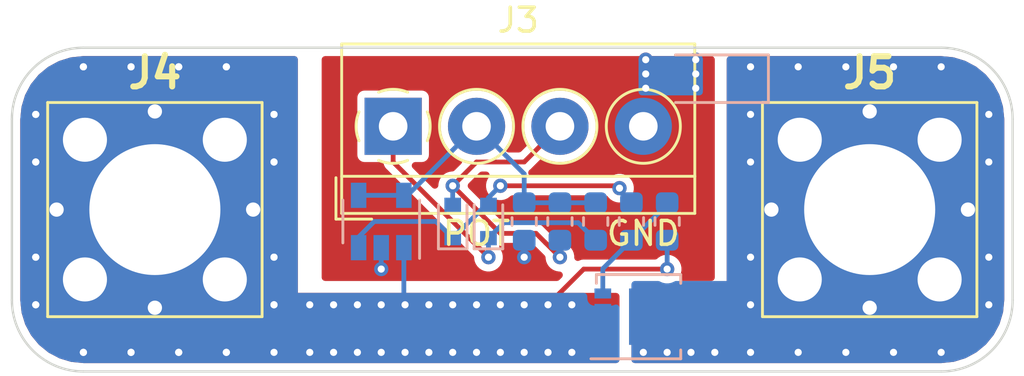
<source format=kicad_pcb>
(kicad_pcb (version 20171130) (host pcbnew "(5.1.6)-1")

  (general
    (thickness 1.6)
    (drawings 12)
    (tracks 139)
    (zones 0)
    (modules 15)
    (nets 9)
  )

  (page A4)
  (layers
    (0 F.Cu signal)
    (31 B.Cu signal)
    (32 B.Adhes user)
    (33 F.Adhes user)
    (34 B.Paste user)
    (35 F.Paste user)
    (36 B.SilkS user)
    (37 F.SilkS user)
    (38 B.Mask user)
    (39 F.Mask user)
    (40 Dwgs.User user)
    (41 Cmts.User user)
    (42 Eco1.User user)
    (43 Eco2.User user)
    (44 Edge.Cuts user)
    (45 Margin user)
    (46 B.CrtYd user)
    (47 F.CrtYd user)
    (48 B.Fab user)
    (49 F.Fab user)
  )

  (setup
    (last_trace_width 0.2)
    (user_trace_width 0.6)
    (trace_clearance 0.2)
    (zone_clearance 0.3)
    (zone_45_only no)
    (trace_min 0.1)
    (via_size 0.6)
    (via_drill 0.3)
    (via_min_size 0.6)
    (via_min_drill 0.2)
    (uvia_size 0.3)
    (uvia_drill 0.1)
    (uvias_allowed no)
    (uvia_min_size 0.2)
    (uvia_min_drill 0.1)
    (edge_width 0.12)
    (segment_width 0.12)
    (pcb_text_width 0.3)
    (pcb_text_size 1.5 1.5)
    (mod_edge_width 0.12)
    (mod_text_size 1 1)
    (mod_text_width 0.15)
    (pad_size 1.71 2.37)
    (pad_drill 0)
    (pad_to_mask_clearance 0.051)
    (solder_mask_min_width 0.25)
    (aux_axis_origin 0 0)
    (visible_elements 7FFFFFFF)
    (pcbplotparams
      (layerselection 0x010fc_ffffffff)
      (usegerberextensions false)
      (usegerberattributes false)
      (usegerberadvancedattributes false)
      (creategerberjobfile false)
      (excludeedgelayer true)
      (linewidth 0.100000)
      (plotframeref false)
      (viasonmask false)
      (mode 1)
      (useauxorigin false)
      (hpglpennumber 1)
      (hpglpenspeed 20)
      (hpglpendiameter 15.000000)
      (psnegative false)
      (psa4output false)
      (plotreference true)
      (plotvalue true)
      (plotinvisibletext false)
      (padsonsilk false)
      (subtractmaskfromsilk false)
      (outputformat 1)
      (mirror false)
      (drillshape 0)
      (scaleselection 1)
      (outputdirectory "../gerber/"))
  )

  (net 0 "")
  (net 1 GND)
  (net 2 +12V)
  (net 3 "Net-(D2-Pad1)")
  (net 4 "Net-(D3-Pad2)")
  (net 5 /LED_OUT)
  (net 6 /TRG_THR)
  (net 7 /PWM)
  (net 8 /GATE)

  (net_class Default "This is the default net class."
    (clearance 0.2)
    (trace_width 0.2)
    (via_dia 0.6)
    (via_drill 0.3)
    (uvia_dia 0.3)
    (uvia_drill 0.1)
    (add_net +12V)
    (add_net /GATE)
    (add_net /LED_OUT)
    (add_net /PWM)
    (add_net /TRG_THR)
    (add_net GND)
    (add_net "Net-(D2-Pad1)")
    (add_net "Net-(D3-Pad2)")
  )

  (net_class Minimal ""
    (clearance 0.1)
    (trace_width 0.1)
    (via_dia 0.6)
    (via_drill 0.2)
    (uvia_dia 0.3)
    (uvia_drill 0.1)
  )

  (module TerminalBlock_4Ucon:TerminalBlock_4Ucon_1x04_P3.50mm_Horizontal (layer F.Cu) (tedit 609FD8FF) (tstamp 609E9573)
    (at 145 96.5)
    (descr "Terminal Block 4Ucon ItemNo. 20001, 4 pins, pitch 3.5mm, size 14.7x7mm^2, drill diamater 1.2mm, pad diameter 2.4mm, see http://www.4uconnector.com/online/object/4udrawing/20001.pdf, script-generated using https://github.com/pointhi/kicad-footprint-generator/scripts/TerminalBlock_4Ucon")
    (tags "THT Terminal Block 4Ucon ItemNo. 20001 pitch 3.5mm size 14.7x7mm^2 drill 1.2mm pad 2.4mm")
    (path /609F013E)
    (fp_text reference J3 (at 5.25 -4.46) (layer F.SilkS)
      (effects (font (size 1 1) (thickness 0.15)))
    )
    (fp_text value 1984633 (at 5.25 4.66) (layer F.Fab)
      (effects (font (size 1 1) (thickness 0.15)))
    )
    (fp_circle (center 0 0) (end 1.375 0) (layer F.Fab) (width 0.1))
    (fp_circle (center 3.5 0) (end 4.875 0) (layer F.Fab) (width 0.1))
    (fp_circle (center 3.5 0) (end 5.055 0) (layer F.SilkS) (width 0.12))
    (fp_circle (center 7 0) (end 8.375 0) (layer F.Fab) (width 0.1))
    (fp_circle (center 7 0) (end 8.555 0) (layer F.SilkS) (width 0.12))
    (fp_circle (center 10.5 0) (end 11.875 0) (layer F.Fab) (width 0.1))
    (fp_circle (center 10.5 0) (end 12.055 0) (layer F.SilkS) (width 0.12))
    (fp_line (start -2.1 -3.4) (end 12.6 -3.4) (layer F.Fab) (width 0.1))
    (fp_line (start 12.6 -3.4) (end 12.6 3.6) (layer F.Fab) (width 0.1))
    (fp_line (start 12.6 3.6) (end -0.6 3.6) (layer F.Fab) (width 0.1))
    (fp_line (start -0.6 3.6) (end -2.1 2.1) (layer F.Fab) (width 0.1))
    (fp_line (start -2.1 2.1) (end -2.1 -3.4) (layer F.Fab) (width 0.1))
    (fp_line (start -2.1 2.1) (end 12.6 2.1) (layer F.Fab) (width 0.1))
    (fp_line (start -2.16 2.1) (end 12.66 2.1) (layer F.SilkS) (width 0.12))
    (fp_line (start -2.16 -3.46) (end 12.66 -3.46) (layer F.SilkS) (width 0.12))
    (fp_line (start -2.16 3.66) (end 12.66 3.66) (layer F.SilkS) (width 0.12))
    (fp_line (start -2.16 -3.46) (end -2.16 3.66) (layer F.SilkS) (width 0.12))
    (fp_line (start 12.66 -3.46) (end 12.66 3.66) (layer F.SilkS) (width 0.12))
    (fp_line (start -1.1 -0.069) (end -0.069 -0.069) (layer F.Fab) (width 0.1))
    (fp_line (start -0.069 -0.069) (end -0.069 -1.1) (layer F.Fab) (width 0.1))
    (fp_line (start -0.069 -1.1) (end 0.069 -1.1) (layer F.Fab) (width 0.1))
    (fp_line (start 0.069 -1.1) (end 0.069 -0.069) (layer F.Fab) (width 0.1))
    (fp_line (start 0.069 -0.069) (end 1.1 -0.069) (layer F.Fab) (width 0.1))
    (fp_line (start 1.1 -0.069) (end 1.1 0.069) (layer F.Fab) (width 0.1))
    (fp_line (start 1.1 0.069) (end 0.069 0.069) (layer F.Fab) (width 0.1))
    (fp_line (start 0.069 0.069) (end 0.069 1.1) (layer F.Fab) (width 0.1))
    (fp_line (start 0.069 1.1) (end -0.069 1.1) (layer F.Fab) (width 0.1))
    (fp_line (start -0.069 1.1) (end -0.069 0.069) (layer F.Fab) (width 0.1))
    (fp_line (start -0.069 0.069) (end -1.1 0.069) (layer F.Fab) (width 0.1))
    (fp_line (start -1.1 0.069) (end -1.1 -0.069) (layer F.Fab) (width 0.1))
    (fp_line (start 2.4 -0.069) (end 3.431 -0.069) (layer F.Fab) (width 0.1))
    (fp_line (start 3.431 -0.069) (end 3.431 -1.1) (layer F.Fab) (width 0.1))
    (fp_line (start 3.431 -1.1) (end 3.569 -1.1) (layer F.Fab) (width 0.1))
    (fp_line (start 3.569 -1.1) (end 3.569 -0.069) (layer F.Fab) (width 0.1))
    (fp_line (start 3.569 -0.069) (end 4.6 -0.069) (layer F.Fab) (width 0.1))
    (fp_line (start 4.6 -0.069) (end 4.6 0.069) (layer F.Fab) (width 0.1))
    (fp_line (start 4.6 0.069) (end 3.569 0.069) (layer F.Fab) (width 0.1))
    (fp_line (start 3.569 0.069) (end 3.569 1.1) (layer F.Fab) (width 0.1))
    (fp_line (start 3.569 1.1) (end 3.431 1.1) (layer F.Fab) (width 0.1))
    (fp_line (start 3.431 1.1) (end 3.431 0.069) (layer F.Fab) (width 0.1))
    (fp_line (start 3.431 0.069) (end 2.4 0.069) (layer F.Fab) (width 0.1))
    (fp_line (start 2.4 0.069) (end 2.4 -0.069) (layer F.Fab) (width 0.1))
    (fp_line (start 5.9 -0.069) (end 6.931 -0.069) (layer F.Fab) (width 0.1))
    (fp_line (start 6.931 -0.069) (end 6.931 -1.1) (layer F.Fab) (width 0.1))
    (fp_line (start 6.931 -1.1) (end 7.069 -1.1) (layer F.Fab) (width 0.1))
    (fp_line (start 7.069 -1.1) (end 7.069 -0.069) (layer F.Fab) (width 0.1))
    (fp_line (start 7.069 -0.069) (end 8.1 -0.069) (layer F.Fab) (width 0.1))
    (fp_line (start 8.1 -0.069) (end 8.1 0.069) (layer F.Fab) (width 0.1))
    (fp_line (start 8.1 0.069) (end 7.069 0.069) (layer F.Fab) (width 0.1))
    (fp_line (start 7.069 0.069) (end 7.069 1.1) (layer F.Fab) (width 0.1))
    (fp_line (start 7.069 1.1) (end 6.931 1.1) (layer F.Fab) (width 0.1))
    (fp_line (start 6.931 1.1) (end 6.931 0.069) (layer F.Fab) (width 0.1))
    (fp_line (start 6.931 0.069) (end 5.9 0.069) (layer F.Fab) (width 0.1))
    (fp_line (start 5.9 0.069) (end 5.9 -0.069) (layer F.Fab) (width 0.1))
    (fp_line (start 9.4 -0.069) (end 10.431 -0.069) (layer F.Fab) (width 0.1))
    (fp_line (start 10.431 -0.069) (end 10.431 -1.1) (layer F.Fab) (width 0.1))
    (fp_line (start 10.431 -1.1) (end 10.569 -1.1) (layer F.Fab) (width 0.1))
    (fp_line (start 10.569 -1.1) (end 10.569 -0.069) (layer F.Fab) (width 0.1))
    (fp_line (start 10.569 -0.069) (end 11.6 -0.069) (layer F.Fab) (width 0.1))
    (fp_line (start 11.6 -0.069) (end 11.6 0.069) (layer F.Fab) (width 0.1))
    (fp_line (start 11.6 0.069) (end 10.569 0.069) (layer F.Fab) (width 0.1))
    (fp_line (start 10.569 0.069) (end 10.569 1.1) (layer F.Fab) (width 0.1))
    (fp_line (start 10.569 1.1) (end 10.431 1.1) (layer F.Fab) (width 0.1))
    (fp_line (start 10.431 1.1) (end 10.431 0.069) (layer F.Fab) (width 0.1))
    (fp_line (start 10.431 0.069) (end 9.4 0.069) (layer F.Fab) (width 0.1))
    (fp_line (start 9.4 0.069) (end 9.4 -0.069) (layer F.Fab) (width 0.1))
    (fp_line (start -2.4 2.16) (end -2.4 3.9) (layer F.SilkS) (width 0.12))
    (fp_line (start -2.4 3.9) (end -0.9 3.9) (layer F.SilkS) (width 0.12))
    (fp_line (start -2.6 -3.9) (end -2.6 4.1) (layer F.CrtYd) (width 0.05))
    (fp_line (start -2.6 4.1) (end 13.1 4.1) (layer F.CrtYd) (width 0.05))
    (fp_line (start 13.1 4.1) (end 13.1 -3.9) (layer F.CrtYd) (width 0.05))
    (fp_line (start 13.1 -3.9) (end -2.6 -3.9) (layer F.CrtYd) (width 0.05))
    (fp_arc (start 0 0) (end 0 1.555) (angle -23) (layer F.SilkS) (width 0.12))
    (fp_arc (start 0 0) (end 1.432 0.608) (angle -46) (layer F.SilkS) (width 0.12))
    (fp_arc (start 0 0) (end 0.608 -1.432) (angle -46) (layer F.SilkS) (width 0.12))
    (fp_arc (start 0 0) (end -1.432 -0.608) (angle -46) (layer F.SilkS) (width 0.12))
    (fp_arc (start 0 0) (end -0.608 1.432) (angle -24) (layer F.SilkS) (width 0.12))
    (fp_text user %R (at 5.25 2.9) (layer F.Fab)
      (effects (font (size 1 1) (thickness 0.15)))
    )
    (pad 1 thru_hole rect (at 0 0) (size 2.4 2.4) (drill 1.2) (layers *.Cu *.Mask)
      (net 3 "Net-(D2-Pad1)"))
    (pad 2 thru_hole circle (at 3.5 0) (size 2.4 2.4) (drill 1.2) (layers *.Cu *.Mask)
      (net 6 /TRG_THR))
    (pad 3 thru_hole circle (at 7 0) (size 2.4 2.4) (drill 1.2) (layers *.Cu *.Mask)
      (net 4 "Net-(D3-Pad2)"))
    (pad 4 thru_hole circle (at 10.5 0) (size 2.4 2.4) (drill 1.2) (layers *.Cu *.Mask)
      (net 1 GND))
    (model ${PRIVATE_LIB}/packages3d/connectors.3dshapes/Phoenix_pxc_1984633_02_PT-1-5-4-3-5-H_3D.stp
      (offset (xyz 12.25 4 0))
      (scale (xyz 1 1 1))
      (rotate (xyz 0 0 180))
    )
  )

  (module Diode_SMD:D_SOD-123 (layer B.Cu) (tedit 58645DC7) (tstamp 609E8230)
    (at 158.5 94.5 180)
    (descr SOD-123)
    (tags SOD-123)
    (path /605F3A3F)
    (attr smd)
    (fp_text reference D5 (at 0 2) (layer B.SilkS) hide
      (effects (font (size 1 1) (thickness 0.15)) (justify mirror))
    )
    (fp_text value D_Schottky (at 0 -2.1) (layer B.Fab)
      (effects (font (size 1 1) (thickness 0.15)) (justify mirror))
    )
    (fp_line (start -2.25 1) (end 1.65 1) (layer B.SilkS) (width 0.12))
    (fp_line (start -2.25 -1) (end 1.65 -1) (layer B.SilkS) (width 0.12))
    (fp_line (start -2.35 1.15) (end -2.35 -1.15) (layer B.CrtYd) (width 0.05))
    (fp_line (start 2.35 -1.15) (end -2.35 -1.15) (layer B.CrtYd) (width 0.05))
    (fp_line (start 2.35 1.15) (end 2.35 -1.15) (layer B.CrtYd) (width 0.05))
    (fp_line (start -2.35 1.15) (end 2.35 1.15) (layer B.CrtYd) (width 0.05))
    (fp_line (start -1.4 0.9) (end 1.4 0.9) (layer B.Fab) (width 0.1))
    (fp_line (start 1.4 0.9) (end 1.4 -0.9) (layer B.Fab) (width 0.1))
    (fp_line (start 1.4 -0.9) (end -1.4 -0.9) (layer B.Fab) (width 0.1))
    (fp_line (start -1.4 -0.9) (end -1.4 0.9) (layer B.Fab) (width 0.1))
    (fp_line (start -0.75 0) (end -0.35 0) (layer B.Fab) (width 0.1))
    (fp_line (start -0.35 0) (end -0.35 0.55) (layer B.Fab) (width 0.1))
    (fp_line (start -0.35 0) (end -0.35 -0.55) (layer B.Fab) (width 0.1))
    (fp_line (start -0.35 0) (end 0.25 0.4) (layer B.Fab) (width 0.1))
    (fp_line (start 0.25 0.4) (end 0.25 -0.4) (layer B.Fab) (width 0.1))
    (fp_line (start 0.25 -0.4) (end -0.35 0) (layer B.Fab) (width 0.1))
    (fp_line (start 0.25 0) (end 0.75 0) (layer B.Fab) (width 0.1))
    (fp_line (start -2.25 1) (end -2.25 -1) (layer B.SilkS) (width 0.12))
    (fp_text user %R (at 0 2) (layer B.Fab)
      (effects (font (size 1 1) (thickness 0.15)) (justify mirror))
    )
    (pad 2 smd rect (at 1.65 0 180) (size 0.9 1.2) (layers B.Cu B.Paste B.Mask)
      (net 1 GND))
    (pad 1 smd rect (at -1.65 0 180) (size 0.9 1.2) (layers B.Cu B.Paste B.Mask)
      (net 5 /LED_OUT))
    (model ${KISYS3DMOD}/Diode_SMD.3dshapes/D_SOD-123.wrl
      (at (xyz 0 0 0))
      (scale (xyz 1 1 1))
      (rotate (xyz 0 0 0))
    )
  )

  (module Resistor_SMD:R_0603_1608Metric (layer B.Cu) (tedit 5B301BBD) (tstamp 609E8270)
    (at 155 100.5 90)
    (descr "Resistor SMD 0603 (1608 Metric), square (rectangular) end terminal, IPC_7351 nominal, (Body size source: http://www.tortai-tech.com/upload/download/2011102023233369053.pdf), generated with kicad-footprint-generator")
    (tags resistor)
    (path /605DBCDE)
    (attr smd)
    (fp_text reference R10 (at 0 1.43 90) (layer B.SilkS) hide
      (effects (font (size 1 1) (thickness 0.15)) (justify mirror))
    )
    (fp_text value 1k (at 0 -1.43 90) (layer B.Fab)
      (effects (font (size 1 1) (thickness 0.15)) (justify mirror))
    )
    (fp_line (start 1.48 -0.73) (end -1.48 -0.73) (layer B.CrtYd) (width 0.05))
    (fp_line (start 1.48 0.73) (end 1.48 -0.73) (layer B.CrtYd) (width 0.05))
    (fp_line (start -1.48 0.73) (end 1.48 0.73) (layer B.CrtYd) (width 0.05))
    (fp_line (start -1.48 -0.73) (end -1.48 0.73) (layer B.CrtYd) (width 0.05))
    (fp_line (start -0.162779 -0.51) (end 0.162779 -0.51) (layer B.SilkS) (width 0.12))
    (fp_line (start -0.162779 0.51) (end 0.162779 0.51) (layer B.SilkS) (width 0.12))
    (fp_line (start 0.8 -0.4) (end -0.8 -0.4) (layer B.Fab) (width 0.1))
    (fp_line (start 0.8 0.4) (end 0.8 -0.4) (layer B.Fab) (width 0.1))
    (fp_line (start -0.8 0.4) (end 0.8 0.4) (layer B.Fab) (width 0.1))
    (fp_line (start -0.8 -0.4) (end -0.8 0.4) (layer B.Fab) (width 0.1))
    (fp_text user %R (at 0 0 90) (layer B.Fab)
      (effects (font (size 0.4 0.4) (thickness 0.06)) (justify mirror))
    )
    (pad 2 smd roundrect (at 0.7875 0 90) (size 0.875 0.95) (layers B.Cu B.Paste B.Mask) (roundrect_rratio 0.25)
      (net 7 /PWM))
    (pad 1 smd roundrect (at -0.7875 0 90) (size 0.875 0.95) (layers B.Cu B.Paste B.Mask) (roundrect_rratio 0.25)
      (net 8 /GATE))
    (model ${KISYS3DMOD}/Resistor_SMD.3dshapes/R_0603_1608Metric.wrl
      (at (xyz 0 0 0))
      (scale (xyz 1 1 1))
      (rotate (xyz 0 0 0))
    )
  )

  (module Resistor_SMD:R_0603_1608Metric (layer B.Cu) (tedit 5B301BBD) (tstamp 609E8330)
    (at 156.5 100.5 270)
    (descr "Resistor SMD 0603 (1608 Metric), square (rectangular) end terminal, IPC_7351 nominal, (Body size source: http://www.tortai-tech.com/upload/download/2011102023233369053.pdf), generated with kicad-footprint-generator")
    (tags resistor)
    (path /605DA1F6)
    (attr smd)
    (fp_text reference R9 (at 0 1.43 90) (layer B.SilkS) hide
      (effects (font (size 1 1) (thickness 0.15)) (justify mirror))
    )
    (fp_text value 100k (at 0 -1.43 90) (layer B.Fab)
      (effects (font (size 1 1) (thickness 0.15)) (justify mirror))
    )
    (fp_line (start 1.48 -0.73) (end -1.48 -0.73) (layer B.CrtYd) (width 0.05))
    (fp_line (start 1.48 0.73) (end 1.48 -0.73) (layer B.CrtYd) (width 0.05))
    (fp_line (start -1.48 0.73) (end 1.48 0.73) (layer B.CrtYd) (width 0.05))
    (fp_line (start -1.48 -0.73) (end -1.48 0.73) (layer B.CrtYd) (width 0.05))
    (fp_line (start -0.162779 -0.51) (end 0.162779 -0.51) (layer B.SilkS) (width 0.12))
    (fp_line (start -0.162779 0.51) (end 0.162779 0.51) (layer B.SilkS) (width 0.12))
    (fp_line (start 0.8 -0.4) (end -0.8 -0.4) (layer B.Fab) (width 0.1))
    (fp_line (start 0.8 0.4) (end 0.8 -0.4) (layer B.Fab) (width 0.1))
    (fp_line (start -0.8 0.4) (end 0.8 0.4) (layer B.Fab) (width 0.1))
    (fp_line (start -0.8 -0.4) (end -0.8 0.4) (layer B.Fab) (width 0.1))
    (fp_text user %R (at 0 0 90) (layer B.Fab)
      (effects (font (size 0.4 0.4) (thickness 0.06)) (justify mirror))
    )
    (pad 2 smd roundrect (at 0.7875 0 270) (size 0.875 0.95) (layers B.Cu B.Paste B.Mask) (roundrect_rratio 0.25)
      (net 2 +12V))
    (pad 1 smd roundrect (at -0.7875 0 270) (size 0.875 0.95) (layers B.Cu B.Paste B.Mask) (roundrect_rratio 0.25)
      (net 8 /GATE))
    (model ${KISYS3DMOD}/Resistor_SMD.3dshapes/R_0603_1608Metric.wrl
      (at (xyz 0 0 0))
      (scale (xyz 1 1 1))
      (rotate (xyz 0 0 0))
    )
  )

  (module Package_SON:Diodes_PowerDI3333-8 (layer B.Cu) (tedit 6057C1E1) (tstamp 609E81DA)
    (at 155.3 104.5)
    (descr "Diodes Incorporated PowerDI3333-8, Plastic Dual Flat No Lead Package, 3.3x3.3x0.8mm Body, https://www.diodes.com/assets/Package-Files/PowerDI3333-8.pdf")
    (tags "PowerDI 0.65")
    (path /605D4FD1)
    (attr smd)
    (fp_text reference Q2 (at 0 2.65) (layer B.SilkS) hide
      (effects (font (size 1 1) (thickness 0.15)) (justify mirror))
    )
    (fp_text value DMP3013SFV (at 0 -2.65) (layer B.Fab)
      (effects (font (size 1 1) (thickness 0.15)) (justify mirror))
    )
    (fp_line (start -1.77 -1.77) (end -1.77 -1.4) (layer B.SilkS) (width 0.12))
    (fp_line (start 1.77 -1.77) (end 1.77 -1.4) (layer B.SilkS) (width 0.12))
    (fp_line (start 1.77 1.77) (end 1.77 1.4) (layer B.SilkS) (width 0.12))
    (fp_line (start -1.65 0.825) (end -1.65 -1.65) (layer B.Fab) (width 0.1))
    (fp_line (start -1.65 -1.65) (end 1.65 -1.65) (layer B.Fab) (width 0.1))
    (fp_line (start 1.65 -1.65) (end 1.65 1.65) (layer B.Fab) (width 0.1))
    (fp_line (start 1.65 1.65) (end -0.825 1.65) (layer B.Fab) (width 0.1))
    (fp_line (start -0.825 1.65) (end -1.65 0.825) (layer B.Fab) (width 0.1))
    (fp_line (start -1.77 -1.77) (end 1.77 -1.77) (layer B.SilkS) (width 0.12))
    (fp_line (start 1.77 1.77) (end -2 1.77) (layer B.SilkS) (width 0.12))
    (fp_line (start -2.1 1.9) (end -2.1 -1.9) (layer B.CrtYd) (width 0.05))
    (fp_line (start -2.1 -1.9) (end 2.1 -1.9) (layer B.CrtYd) (width 0.05))
    (fp_line (start 2.1 -1.9) (end 2.1 1.9) (layer B.CrtYd) (width 0.05))
    (fp_line (start 2.1 1.9) (end -2.1 1.9) (layer B.CrtYd) (width 0.05))
    (fp_text user %R (at 0 0) (layer B.Fab)
      (effects (font (size 0.7 0.7) (thickness 0.1)) (justify mirror))
    )
    (pad "" smd rect (at 0.02 -0.565) (size 0.6 1) (layers B.Paste)
      (solder_paste_margin_ratio -0.2))
    (pad "" smd rect (at 0.73 -0.565) (size 0.6 1) (layers B.Paste)
      (solder_paste_margin_ratio -0.2))
    (pad 5 smd custom (at 0.455 0) (size 1.71 2.37) (layers B.Cu B.Mask)
      (net 5 /LED_OUT) (zone_connect 2)
      (options (clearance outline) (anchor rect))
      (primitives
        (gr_poly (pts
           (xy 0.855 -1.185) (xy 1.395 -1.185) (xy 1.395 -0.765) (xy 0.855 -0.765)) (width 0))
        (gr_poly (pts
           (xy 0.855 -0.535) (xy 1.395 -0.535) (xy 1.395 -0.115) (xy 0.855 -0.115)) (width 0))
        (gr_poly (pts
           (xy 0.855 0.115) (xy 1.395 0.115) (xy 1.395 0.535) (xy 0.855 0.535)) (width 0))
        (gr_poly (pts
           (xy 0.855 0.765) (xy 1.395 0.765) (xy 1.395 1.185) (xy 0.855 1.185)) (width 0))
      ))
    (pad "" smd rect (at 0.73 0.565) (size 0.6 1) (layers B.Paste)
      (solder_paste_margin_ratio -0.2))
    (pad "" smd rect (at 0.02 0.565) (size 0.6 1) (layers B.Paste)
      (solder_paste_margin_ratio -0.2))
    (pad 4 smd rect (at -1.5 -0.975) (size 0.7 0.42) (layers B.Cu B.Paste B.Mask)
      (net 8 /GATE))
    (pad 2 smd rect (at -1.5 0.325) (size 0.7 0.42) (layers B.Cu B.Paste B.Mask)
      (net 2 +12V))
    (pad 3 smd rect (at -1.5 -0.325) (size 0.7 0.42) (layers B.Cu B.Paste B.Mask)
      (net 2 +12V))
    (pad 1 smd rect (at -1.5 0.975) (size 0.7 0.42) (layers B.Cu B.Paste B.Mask)
      (net 2 +12V))
    (pad "" smd rect (at 1.5 -0.975) (size 0.7 0.42) (layers B.Paste))
    (pad "" smd rect (at 1.5 -0.325) (size 0.7 0.42) (layers B.Paste))
    (pad "" smd rect (at 1.5 0.325) (size 0.7 0.42) (layers B.Paste))
    (pad "" smd rect (at 1.5 0.975) (size 0.7 0.42) (layers B.Paste))
    (model ${KISYS3DMOD}/Package_SON.3dshapes/Diodes_PowerDI3333-8.wrl
      (at (xyz 0 0 0))
      (scale (xyz 1 1 1))
      (rotate (xyz 0 0 0))
    )
  )

  (module Diode_SMD:D_SOD-523 (layer B.Cu) (tedit 586419F0) (tstamp 609E818D)
    (at 147.5 100.5 90)
    (descr "http://www.diodes.com/datasheets/ap02001.pdf p.144")
    (tags "Diode SOD523")
    (path /605CB3AD)
    (attr smd)
    (fp_text reference D3 (at 0 1.3 90) (layer B.SilkS) hide
      (effects (font (size 1 1) (thickness 0.15)) (justify mirror))
    )
    (fp_text value RB751S40T5G (at 0 -1.4 90) (layer B.Fab)
      (effects (font (size 1 1) (thickness 0.15)) (justify mirror))
    )
    (fp_line (start 0.7 -0.6) (end -1.15 -0.6) (layer B.SilkS) (width 0.12))
    (fp_line (start 0.7 0.6) (end -1.15 0.6) (layer B.SilkS) (width 0.12))
    (fp_line (start 0.65 -0.45) (end -0.65 -0.45) (layer B.Fab) (width 0.1))
    (fp_line (start -0.65 -0.45) (end -0.65 0.45) (layer B.Fab) (width 0.1))
    (fp_line (start -0.65 0.45) (end 0.65 0.45) (layer B.Fab) (width 0.1))
    (fp_line (start 0.65 0.45) (end 0.65 -0.45) (layer B.Fab) (width 0.1))
    (fp_line (start -0.2 -0.2) (end -0.2 0.2) (layer B.Fab) (width 0.1))
    (fp_line (start -0.2 0) (end -0.35 0) (layer B.Fab) (width 0.1))
    (fp_line (start -0.2 0) (end 0.1 -0.2) (layer B.Fab) (width 0.1))
    (fp_line (start 0.1 -0.2) (end 0.1 0.2) (layer B.Fab) (width 0.1))
    (fp_line (start 0.1 0.2) (end -0.2 0) (layer B.Fab) (width 0.1))
    (fp_line (start 0.1 0) (end 0.25 0) (layer B.Fab) (width 0.1))
    (fp_line (start 1.25 -0.7) (end -1.25 -0.7) (layer B.CrtYd) (width 0.05))
    (fp_line (start -1.25 -0.7) (end -1.25 0.7) (layer B.CrtYd) (width 0.05))
    (fp_line (start -1.25 0.7) (end 1.25 0.7) (layer B.CrtYd) (width 0.05))
    (fp_line (start 1.25 0.7) (end 1.25 -0.7) (layer B.CrtYd) (width 0.05))
    (fp_line (start -1.15 0.6) (end -1.15 -0.6) (layer B.SilkS) (width 0.12))
    (fp_text user %R (at 0 1.3 90) (layer B.Fab)
      (effects (font (size 1 1) (thickness 0.15)) (justify mirror))
    )
    (pad 1 smd rect (at -0.7 0 270) (size 0.6 0.7) (layers B.Cu B.Paste B.Mask)
      (net 7 /PWM))
    (pad 2 smd rect (at 0.7 0 270) (size 0.6 0.7) (layers B.Cu B.Paste B.Mask)
      (net 4 "Net-(D3-Pad2)"))
    (model ${KISYS3DMOD}/Diode_SMD.3dshapes/D_SOD-523.wrl
      (at (xyz 0 0 0))
      (scale (xyz 1 1 1))
      (rotate (xyz 0 0 0))
    )
  )

  (module Capacitor_SMD:C_0603_1608Metric (layer B.Cu) (tedit 5B301BBE) (tstamp 609E82D0)
    (at 150.5 100.5 270)
    (descr "Capacitor SMD 0603 (1608 Metric), square (rectangular) end terminal, IPC_7351 nominal, (Body size source: http://www.tortai-tech.com/upload/download/2011102023233369053.pdf), generated with kicad-footprint-generator")
    (tags capacitor)
    (path /605C7F25)
    (attr smd)
    (fp_text reference C3 (at 0 1.43 90) (layer B.SilkS) hide
      (effects (font (size 1 1) (thickness 0.15)) (justify mirror))
    )
    (fp_text value "2.2uF 16V" (at 0 -1.43 90) (layer B.Fab)
      (effects (font (size 1 1) (thickness 0.15)) (justify mirror))
    )
    (fp_line (start 1.48 -0.73) (end -1.48 -0.73) (layer B.CrtYd) (width 0.05))
    (fp_line (start 1.48 0.73) (end 1.48 -0.73) (layer B.CrtYd) (width 0.05))
    (fp_line (start -1.48 0.73) (end 1.48 0.73) (layer B.CrtYd) (width 0.05))
    (fp_line (start -1.48 -0.73) (end -1.48 0.73) (layer B.CrtYd) (width 0.05))
    (fp_line (start -0.162779 -0.51) (end 0.162779 -0.51) (layer B.SilkS) (width 0.12))
    (fp_line (start -0.162779 0.51) (end 0.162779 0.51) (layer B.SilkS) (width 0.12))
    (fp_line (start 0.8 -0.4) (end -0.8 -0.4) (layer B.Fab) (width 0.1))
    (fp_line (start 0.8 0.4) (end 0.8 -0.4) (layer B.Fab) (width 0.1))
    (fp_line (start -0.8 0.4) (end 0.8 0.4) (layer B.Fab) (width 0.1))
    (fp_line (start -0.8 -0.4) (end -0.8 0.4) (layer B.Fab) (width 0.1))
    (fp_text user %R (at 0 0 90) (layer B.Fab)
      (effects (font (size 0.4 0.4) (thickness 0.06)) (justify mirror))
    )
    (pad 2 smd roundrect (at 0.7875 0 270) (size 0.875 0.95) (layers B.Cu B.Paste B.Mask) (roundrect_rratio 0.25)
      (net 1 GND))
    (pad 1 smd roundrect (at -0.7875 0 270) (size 0.875 0.95) (layers B.Cu B.Paste B.Mask) (roundrect_rratio 0.25)
      (net 6 /TRG_THR))
    (model ${KISYS3DMOD}/Capacitor_SMD.3dshapes/C_0603_1608Metric.wrl
      (at (xyz 0 0 0))
      (scale (xyz 1 1 1))
      (rotate (xyz 0 0 0))
    )
  )

  (module Resistor_SMD:R_0603_1608Metric (layer B.Cu) (tedit 5B301BBD) (tstamp 609E8300)
    (at 152 100.5 90)
    (descr "Resistor SMD 0603 (1608 Metric), square (rectangular) end terminal, IPC_7351 nominal, (Body size source: http://www.tortai-tech.com/upload/download/2011102023233369053.pdf), generated with kicad-footprint-generator")
    (tags resistor)
    (path /605ACB35)
    (attr smd)
    (fp_text reference R8 (at 0 1.43 90 unlocked) (layer B.SilkS) hide
      (effects (font (size 1 1) (thickness 0.15)) (justify mirror))
    )
    (fp_text value R (at 0 -1.43 90 unlocked) (layer B.Fab) hide
      (effects (font (size 1 1) (thickness 0.15)) (justify mirror))
    )
    (fp_line (start 1.48 -0.73) (end -1.48 -0.73) (layer B.CrtYd) (width 0.05))
    (fp_line (start 1.48 0.73) (end 1.48 -0.73) (layer B.CrtYd) (width 0.05))
    (fp_line (start -1.48 0.73) (end 1.48 0.73) (layer B.CrtYd) (width 0.05))
    (fp_line (start -1.48 -0.73) (end -1.48 0.73) (layer B.CrtYd) (width 0.05))
    (fp_line (start -0.162779 -0.51) (end 0.162779 -0.51) (layer B.SilkS) (width 0.12))
    (fp_line (start -0.162779 0.51) (end 0.162779 0.51) (layer B.SilkS) (width 0.12))
    (fp_line (start 0.8 -0.4) (end -0.8 -0.4) (layer B.Fab) (width 0.1))
    (fp_line (start 0.8 0.4) (end 0.8 -0.4) (layer B.Fab) (width 0.1))
    (fp_line (start -0.8 0.4) (end 0.8 0.4) (layer B.Fab) (width 0.1))
    (fp_line (start -0.8 -0.4) (end -0.8 0.4) (layer B.Fab) (width 0.1))
    (fp_text user %R (at 0 0 90 unlocked) (layer B.Fab) hide
      (effects (font (size 0.4 0.4) (thickness 0.06)) (justify mirror))
    )
    (pad 2 smd roundrect (at 0.7875 0 90) (size 0.875 0.95) (layers B.Cu B.Paste B.Mask) (roundrect_rratio 0.25)
      (net 6 /TRG_THR))
    (pad 1 smd roundrect (at -0.7875 0 90) (size 0.875 0.95) (layers B.Cu B.Paste B.Mask) (roundrect_rratio 0.25)
      (net 4 "Net-(D3-Pad2)"))
    (model ${KISYS3DMOD}/Resistor_SMD.3dshapes/R_0603_1608Metric.wrl
      (at (xyz 0 0 0))
      (scale (xyz 1 1 1))
      (rotate (xyz 0 0 0))
    )
  )

  (module Resistor_SMD:R_0603_1608Metric (layer B.Cu) (tedit 5B301BBD) (tstamp 609E82A0)
    (at 153.5 100.5 90)
    (descr "Resistor SMD 0603 (1608 Metric), square (rectangular) end terminal, IPC_7351 nominal, (Body size source: http://www.tortai-tech.com/upload/download/2011102023233369053.pdf), generated with kicad-footprint-generator")
    (tags resistor)
    (path /605ABD01)
    (attr smd)
    (fp_text reference R7 (at 0 1.43 90 unlocked) (layer B.SilkS) hide
      (effects (font (size 1 1) (thickness 0.15)) (justify mirror))
    )
    (fp_text value R (at 0 -1.43 90 unlocked) (layer B.Fab) hide
      (effects (font (size 1 1) (thickness 0.15)) (justify mirror))
    )
    (fp_line (start 1.48 -0.73) (end -1.48 -0.73) (layer B.CrtYd) (width 0.05))
    (fp_line (start 1.48 0.73) (end 1.48 -0.73) (layer B.CrtYd) (width 0.05))
    (fp_line (start -1.48 0.73) (end 1.48 0.73) (layer B.CrtYd) (width 0.05))
    (fp_line (start -1.48 -0.73) (end -1.48 0.73) (layer B.CrtYd) (width 0.05))
    (fp_line (start -0.162779 -0.51) (end 0.162779 -0.51) (layer B.SilkS) (width 0.12))
    (fp_line (start -0.162779 0.51) (end 0.162779 0.51) (layer B.SilkS) (width 0.12))
    (fp_line (start 0.8 -0.4) (end -0.8 -0.4) (layer B.Fab) (width 0.1))
    (fp_line (start 0.8 0.4) (end 0.8 -0.4) (layer B.Fab) (width 0.1))
    (fp_line (start -0.8 0.4) (end 0.8 0.4) (layer B.Fab) (width 0.1))
    (fp_line (start -0.8 -0.4) (end -0.8 0.4) (layer B.Fab) (width 0.1))
    (fp_text user %R (at 0 0 90 unlocked) (layer B.Fab) hide
      (effects (font (size 0.4 0.4) (thickness 0.06)) (justify mirror))
    )
    (pad 2 smd roundrect (at 0.7875 0 90) (size 0.875 0.95) (layers B.Cu B.Paste B.Mask) (roundrect_rratio 0.25)
      (net 6 /TRG_THR))
    (pad 1 smd roundrect (at -0.7875 0 90) (size 0.875 0.95) (layers B.Cu B.Paste B.Mask) (roundrect_rratio 0.25)
      (net 3 "Net-(D2-Pad1)"))
    (model ${KISYS3DMOD}/Resistor_SMD.3dshapes/R_0603_1608Metric.wrl
      (at (xyz 0 0 0))
      (scale (xyz 1 1 1))
      (rotate (xyz 0 0 0))
    )
  )

  (module Diode_SMD:D_SOD-523 (layer B.Cu) (tedit 586419F0) (tstamp 609E83E2)
    (at 149 100.5 90)
    (descr "http://www.diodes.com/datasheets/ap02001.pdf p.144")
    (tags "Diode SOD523")
    (path /605A9BE6)
    (attr smd)
    (fp_text reference D2 (at 0 1.3 90 unlocked) (layer B.SilkS) hide
      (effects (font (size 1 1) (thickness 0.15)) (justify mirror))
    )
    (fp_text value RB751S40T5G (at 0 -1.4 90 unlocked) (layer B.Fab) hide
      (effects (font (size 1 1) (thickness 0.15)) (justify mirror))
    )
    (fp_line (start 0.7 -0.6) (end -1.15 -0.6) (layer B.SilkS) (width 0.12))
    (fp_line (start 0.7 0.6) (end -1.15 0.6) (layer B.SilkS) (width 0.12))
    (fp_line (start 0.65 -0.45) (end -0.65 -0.45) (layer B.Fab) (width 0.1))
    (fp_line (start -0.65 -0.45) (end -0.65 0.45) (layer B.Fab) (width 0.1))
    (fp_line (start -0.65 0.45) (end 0.65 0.45) (layer B.Fab) (width 0.1))
    (fp_line (start 0.65 0.45) (end 0.65 -0.45) (layer B.Fab) (width 0.1))
    (fp_line (start -0.2 -0.2) (end -0.2 0.2) (layer B.Fab) (width 0.1))
    (fp_line (start -0.2 0) (end -0.35 0) (layer B.Fab) (width 0.1))
    (fp_line (start -0.2 0) (end 0.1 -0.2) (layer B.Fab) (width 0.1))
    (fp_line (start 0.1 -0.2) (end 0.1 0.2) (layer B.Fab) (width 0.1))
    (fp_line (start 0.1 0.2) (end -0.2 0) (layer B.Fab) (width 0.1))
    (fp_line (start 0.1 0) (end 0.25 0) (layer B.Fab) (width 0.1))
    (fp_line (start 1.25 -0.7) (end -1.25 -0.7) (layer B.CrtYd) (width 0.05))
    (fp_line (start -1.25 -0.7) (end -1.25 0.7) (layer B.CrtYd) (width 0.05))
    (fp_line (start -1.25 0.7) (end 1.25 0.7) (layer B.CrtYd) (width 0.05))
    (fp_line (start 1.25 0.7) (end 1.25 -0.7) (layer B.CrtYd) (width 0.05))
    (fp_line (start -1.15 0.6) (end -1.15 -0.6) (layer B.SilkS) (width 0.12))
    (fp_text user %R (at 0 1.3 90 unlocked) (layer B.Fab) hide
      (effects (font (size 1 1) (thickness 0.15)) (justify mirror))
    )
    (pad 1 smd rect (at -0.7 0 270) (size 0.6 0.7) (layers B.Cu B.Paste B.Mask)
      (net 3 "Net-(D2-Pad1)"))
    (pad 2 smd rect (at 0.7 0 270) (size 0.6 0.7) (layers B.Cu B.Paste B.Mask)
      (net 7 /PWM))
    (model ${KISYS3DMOD}/Diode_SMD.3dshapes/D_SOD-523.wrl
      (at (xyz 0 0 0))
      (scale (xyz 1 1 1))
      (rotate (xyz 0 0 0))
    )
  )

  (module Package_TO_SOT_SMD:SOT-23-5 (layer B.Cu) (tedit 5A02FF57) (tstamp 609E83A3)
    (at 144.5 100.5 90)
    (descr "5-pin SOT23 package")
    (tags SOT-23-5)
    (path /60567F1B)
    (attr smd)
    (fp_text reference U1 (at 0 2.9 90 unlocked) (layer B.SilkS) hide
      (effects (font (size 1 1) (thickness 0.15)) (justify mirror))
    )
    (fp_text value MIC1555YM5-TR (at 0 -2.9 90 unlocked) (layer B.Fab) hide
      (effects (font (size 1 1) (thickness 0.15)) (justify mirror))
    )
    (fp_line (start 0.9 1.55) (end 0.9 -1.55) (layer B.Fab) (width 0.1))
    (fp_line (start 0.9 -1.55) (end -0.9 -1.55) (layer B.Fab) (width 0.1))
    (fp_line (start -0.9 0.9) (end -0.9 -1.55) (layer B.Fab) (width 0.1))
    (fp_line (start 0.9 1.55) (end -0.25 1.55) (layer B.Fab) (width 0.1))
    (fp_line (start -0.9 0.9) (end -0.25 1.55) (layer B.Fab) (width 0.1))
    (fp_line (start -1.9 -1.8) (end -1.9 1.8) (layer B.CrtYd) (width 0.05))
    (fp_line (start 1.9 -1.8) (end -1.9 -1.8) (layer B.CrtYd) (width 0.05))
    (fp_line (start 1.9 1.8) (end 1.9 -1.8) (layer B.CrtYd) (width 0.05))
    (fp_line (start -1.9 1.8) (end 1.9 1.8) (layer B.CrtYd) (width 0.05))
    (fp_line (start 0.9 1.61) (end -1.55 1.61) (layer B.SilkS) (width 0.12))
    (fp_line (start -0.9 -1.61) (end 0.9 -1.61) (layer B.SilkS) (width 0.12))
    (fp_text user %R (at 0 0 unlocked) (layer B.Fab) hide
      (effects (font (size 0.5 0.5) (thickness 0.075)) (justify mirror))
    )
    (pad 5 smd rect (at 1.1 0.95 90) (size 1.06 0.65) (layers B.Cu B.Paste B.Mask)
      (net 6 /TRG_THR))
    (pad 4 smd rect (at 1.1 -0.95 90) (size 1.06 0.65) (layers B.Cu B.Paste B.Mask)
      (net 6 /TRG_THR))
    (pad 3 smd rect (at -1.1 -0.95 90) (size 1.06 0.65) (layers B.Cu B.Paste B.Mask)
      (net 7 /PWM))
    (pad 2 smd rect (at -1.1 0 90) (size 1.06 0.65) (layers B.Cu B.Paste B.Mask)
      (net 1 GND))
    (pad 1 smd rect (at -1.1 0.95 90) (size 1.06 0.65) (layers B.Cu B.Paste B.Mask)
      (net 2 +12V))
    (model ${KISYS3DMOD}/Package_TO_SOT_SMD.3dshapes/SOT-23-5.wrl
      (at (xyz 0 0 0))
      (scale (xyz 1 1 1))
      (rotate (xyz 0 0 0))
    )
  )

  (module MountingHole:MountingHole_5.5mm_Pad_Via (layer F.Cu) (tedit 56DDC273) (tstamp 60567230)
    (at 165 100)
    (descr "Mounting Hole 5.5mm")
    (tags "mounting hole 5.5mm")
    (path /605698EE)
    (attr virtual)
    (fp_text reference J2 (at 0 -6.5 unlocked) (layer F.SilkS) hide
      (effects (font (size 1 1) (thickness 0.15)))
    )
    (fp_text value Conn_01x01 (at 0 6.5 unlocked) (layer F.Fab) hide
      (effects (font (size 1 1) (thickness 0.15)))
    )
    (fp_circle (center 0 0) (end 5.75 0) (layer F.CrtYd) (width 0.05))
    (fp_circle (center 0 0) (end 5.5 0) (layer Cmts.User) (width 0.15))
    (fp_text user %R (at 0.3 0 unlocked) (layer F.Fab) hide
      (effects (font (size 1 1) (thickness 0.15)))
    )
    (pad 1 thru_hole circle (at 2.926815 -2.926815) (size 0.9 0.9) (drill 0.6) (layers *.Cu *.Mask)
      (net 5 /LED_OUT))
    (pad 1 thru_hole circle (at 0 -4.125) (size 0.9 0.9) (drill 0.6) (layers *.Cu *.Mask)
      (net 5 /LED_OUT))
    (pad 1 thru_hole circle (at -2.926815 -2.926815) (size 0.9 0.9) (drill 0.6) (layers *.Cu *.Mask)
      (net 5 /LED_OUT))
    (pad 1 thru_hole circle (at -4.125 0) (size 0.9 0.9) (drill 0.6) (layers *.Cu *.Mask)
      (net 5 /LED_OUT))
    (pad 1 thru_hole circle (at -2.926815 2.926815) (size 0.9 0.9) (drill 0.6) (layers *.Cu *.Mask)
      (net 5 /LED_OUT))
    (pad 1 thru_hole circle (at 0 4.125) (size 0.9 0.9) (drill 0.6) (layers *.Cu *.Mask)
      (net 5 /LED_OUT))
    (pad 1 thru_hole circle (at 2.926815 2.926815) (size 0.9 0.9) (drill 0.6) (layers *.Cu *.Mask)
      (net 5 /LED_OUT))
    (pad 1 thru_hole circle (at 4.125 0) (size 0.9 0.9) (drill 0.6) (layers *.Cu *.Mask)
      (net 5 /LED_OUT))
    (pad 1 thru_hole circle (at 0 0) (size 11 11) (drill 5.5) (layers *.Cu *.Mask)
      (net 5 /LED_OUT))
  )

  (module MountingHole:MountingHole_5.5mm_Pad_Via (layer F.Cu) (tedit 56DDC273) (tstamp 60567220)
    (at 135 100)
    (descr "Mounting Hole 5.5mm")
    (tags "mounting hole 5.5mm")
    (path /60568F34)
    (attr virtual)
    (fp_text reference J1 (at 0 -6.5 unlocked) (layer F.SilkS) hide
      (effects (font (size 1 1) (thickness 0.15)))
    )
    (fp_text value Conn_01x01 (at 0 6.5 unlocked) (layer F.Fab) hide
      (effects (font (size 1 1) (thickness 0.15)))
    )
    (fp_circle (center 0 0) (end 5.75 0) (layer F.CrtYd) (width 0.05))
    (fp_circle (center 0 0) (end 5.5 0) (layer Cmts.User) (width 0.15))
    (fp_text user %R (at 0.3 0 unlocked) (layer F.Fab) hide
      (effects (font (size 1 1) (thickness 0.15)))
    )
    (pad 1 thru_hole circle (at 2.926815 -2.926815) (size 0.9 0.9) (drill 0.6) (layers *.Cu *.Mask)
      (net 2 +12V))
    (pad 1 thru_hole circle (at 0 -4.125) (size 0.9 0.9) (drill 0.6) (layers *.Cu *.Mask)
      (net 2 +12V))
    (pad 1 thru_hole circle (at -2.926815 -2.926815) (size 0.9 0.9) (drill 0.6) (layers *.Cu *.Mask)
      (net 2 +12V))
    (pad 1 thru_hole circle (at -4.125 0) (size 0.9 0.9) (drill 0.6) (layers *.Cu *.Mask)
      (net 2 +12V))
    (pad 1 thru_hole circle (at -2.926815 2.926815) (size 0.9 0.9) (drill 0.6) (layers *.Cu *.Mask)
      (net 2 +12V))
    (pad 1 thru_hole circle (at 0 4.125) (size 0.9 0.9) (drill 0.6) (layers *.Cu *.Mask)
      (net 2 +12V))
    (pad 1 thru_hole circle (at 2.926815 2.926815) (size 0.9 0.9) (drill 0.6) (layers *.Cu *.Mask)
      (net 2 +12V))
    (pad 1 thru_hole circle (at 4.125 0) (size 0.9 0.9) (drill 0.6) (layers *.Cu *.Mask)
      (net 2 +12V))
    (pad 1 thru_hole circle (at 0 0) (size 11 11) (drill 5.5) (layers *.Cu *.Mask)
      (net 2 +12V))
  )

  (module connectors:M5_74651175R_Solder (layer F.Cu) (tedit 609FD724) (tstamp 60A03466)
    (at 135 100)
    (descr 74651175R-1)
    (tags Connector)
    (path /609FEC2D)
    (fp_text reference J4 (at 0 -5.75) (layer F.SilkS)
      (effects (font (size 1.27 1.27) (thickness 0.254)))
    )
    (fp_text value M5 (at 0 6.75) (layer F.SilkS) hide
      (effects (font (size 1.27 1.27) (thickness 0.254)))
    )
    (fp_line (start -4.5 -4.5) (end 4.5 -4.5) (layer F.SilkS) (width 0.12))
    (fp_line (start 4.5 -4.5) (end 4.5 4.5) (layer F.SilkS) (width 0.12))
    (fp_line (start 4.5 4.5) (end -4.5 4.5) (layer F.SilkS) (width 0.12))
    (fp_line (start -4.5 4.5) (end -4.5 -4.5) (layer F.SilkS) (width 0.12))
    (pad 1 thru_hole circle (at 2.935 2.935) (size 3.2 3.2) (drill 1.85) (layers *.Cu *.Mask)
      (net 2 +12V))
    (pad 1 thru_hole circle (at 2.935 -2.935) (size 3.2 3.2) (drill 1.85) (layers *.Cu *.Mask)
      (net 2 +12V))
    (pad 1 thru_hole circle (at -2.935 -2.935) (size 3.2 3.2) (drill 1.85) (layers *.Cu *.Mask)
      (net 2 +12V))
    (pad 1 thru_hole circle (at -2.935 2.935) (size 3.2 3.2) (drill 1.85) (layers *.Cu *.Mask)
      (net 2 +12V))
    (model ${PRIVATE_LIB}/packages3d/connectors.3dshapes/M5_74651175R_Solder.stp
      (at (xyz 0 0 0))
      (scale (xyz 1 1 1))
      (rotate (xyz 0 0 0))
    )
  )

  (module connectors:M5_74651175R_Solder (layer F.Cu) (tedit 609FD724) (tstamp 60A03472)
    (at 165 100)
    (descr 74651175R-1)
    (tags Connector)
    (path /609FDFD4)
    (fp_text reference J5 (at 0 -5.75) (layer F.SilkS)
      (effects (font (size 1.27 1.27) (thickness 0.254)))
    )
    (fp_text value M5 (at 0 6.75) (layer F.SilkS) hide
      (effects (font (size 1.27 1.27) (thickness 0.254)))
    )
    (fp_line (start -4.5 4.5) (end -4.5 -4.5) (layer F.SilkS) (width 0.12))
    (fp_line (start 4.5 4.5) (end -4.5 4.5) (layer F.SilkS) (width 0.12))
    (fp_line (start 4.5 -4.5) (end 4.5 4.5) (layer F.SilkS) (width 0.12))
    (fp_line (start -4.5 -4.5) (end 4.5 -4.5) (layer F.SilkS) (width 0.12))
    (pad 1 thru_hole circle (at -2.935 2.935) (size 3.2 3.2) (drill 1.85) (layers *.Cu *.Mask)
      (net 5 /LED_OUT))
    (pad 1 thru_hole circle (at -2.935 -2.935) (size 3.2 3.2) (drill 1.85) (layers *.Cu *.Mask)
      (net 5 /LED_OUT))
    (pad 1 thru_hole circle (at 2.935 -2.935) (size 3.2 3.2) (drill 1.85) (layers *.Cu *.Mask)
      (net 5 /LED_OUT))
    (pad 1 thru_hole circle (at 2.935 2.935) (size 3.2 3.2) (drill 1.85) (layers *.Cu *.Mask)
      (net 5 /LED_OUT))
    (model ${PRIVATE_LIB}/packages3d/connectors.3dshapes/M5_74651175R_Solder.stp
      (at (xyz 0 0 0))
      (scale (xyz 1 1 1))
      (rotate (xyz 0 0 0))
    )
  )

  (gr_text GND (at 155.5 101) (layer F.SilkS)
    (effects (font (size 1 1) (thickness 0.15)))
  )
  (gr_text POT (at 148.5 101) (layer F.SilkS)
    (effects (font (size 1 1) (thickness 0.15)))
  )
  (gr_line (start 168 106.802166) (end 132 106.802166) (layer Edge.Cuts) (width 0.1) (tstamp 609E8369))
  (gr_arc (start 168 103.802166) (end 168 106.802166) (angle -90) (layer Edge.Cuts) (width 0.1))
  (gr_line (start 171 96.197833) (end 171 103.802166) (layer Edge.Cuts) (width 0.1))
  (gr_arc (start 168 96.197833) (end 171 96.197833) (angle -90) (layer Edge.Cuts) (width 0.1))
  (gr_line (start 132 93.197833) (end 168 93.197833) (layer Edge.Cuts) (width 0.1) (tstamp 60567044))
  (gr_arc (start 132 96.197833) (end 132 93.197833) (angle -90) (layer Edge.Cuts) (width 0.1))
  (gr_line (start 129 103.802166) (end 129 96.197833) (layer Edge.Cuts) (width 0.1))
  (gr_arc (start 132 103.802166) (end 129 103.802166) (angle -90) (layer Edge.Cuts) (width 0.1))
  (gr_circle (center 135 100) (end 137.75 100) (layer Dwgs.User) (width 0.1))
  (gr_circle (center 165 100) (end 167.75 100) (layer Dwgs.User) (width 0.1))

  (via (at 150.5 102) (size 0.6) (drill 0.3) (layers F.Cu B.Cu) (net 1))
  (segment (start 150.5 101.2875) (end 150.5 102) (width 0.2) (layer B.Cu) (net 1))
  (via (at 144.5 102.5) (size 0.6) (drill 0.3) (layers F.Cu B.Cu) (net 1))
  (segment (start 144.5 101.6) (end 144.5 102.5) (width 0.2) (layer B.Cu) (net 1))
  (via (at 155.6 94.9) (size 0.6) (drill 0.3) (layers F.Cu B.Cu) (net 1) (tstamp 609E8375))
  (via (at 155.6 93.7) (size 0.6) (drill 0.3) (layers F.Cu B.Cu) (net 1) (tstamp 609E8378))
  (via (at 157.7 94.3) (size 0.6) (drill 0.3) (layers F.Cu B.Cu) (net 1) (tstamp 609E837B))
  (via (at 157.7 94.9) (size 0.6) (drill 0.3) (layers F.Cu B.Cu) (net 1) (tstamp 609E837E))
  (via (at 155.6 94.3) (size 0.6) (drill 0.3) (layers F.Cu B.Cu) (net 1) (tstamp 609E838A))
  (via (at 157.7 93.7) (size 0.6) (drill 0.3) (layers F.Cu B.Cu) (net 1) (tstamp 609E838D))
  (via (at 140 104) (size 0.6) (drill 0.3) (layers F.Cu B.Cu) (net 2) (tstamp 6057C9F2))
  (via (at 130 102) (size 0.6) (drill 0.3) (layers F.Cu B.Cu) (net 2) (tstamp 6057C9F3))
  (via (at 132 106) (size 0.6) (drill 0.3) (layers F.Cu B.Cu) (net 2) (tstamp 6057C9F4))
  (via (at 136 94) (size 0.6) (drill 0.3) (layers F.Cu B.Cu) (net 2) (tstamp 6057C9F5))
  (via (at 134 106) (size 0.6) (drill 0.3) (layers F.Cu B.Cu) (net 2) (tstamp 6057C9F6))
  (via (at 130 96) (size 0.6) (drill 0.3) (layers F.Cu B.Cu) (net 2) (tstamp 6057C9F7))
  (via (at 136 106) (size 0.6) (drill 0.3) (layers F.Cu B.Cu) (net 2) (tstamp 6057C9F8))
  (via (at 138 94) (size 0.6) (drill 0.3) (layers F.Cu B.Cu) (net 2) (tstamp 6057C9F9))
  (via (at 132 94) (size 0.6) (drill 0.3) (layers F.Cu B.Cu) (net 2) (tstamp 6057C9FA))
  (via (at 130 104) (size 0.6) (drill 0.3) (layers F.Cu B.Cu) (net 2) (tstamp 6057C9FB))
  (via (at 134 94) (size 0.6) (drill 0.3) (layers F.Cu B.Cu) (net 2) (tstamp 6057C9FC))
  (via (at 138 106) (size 0.6) (drill 0.3) (layers F.Cu B.Cu) (net 2) (tstamp 6057C9FD))
  (via (at 130 98) (size 0.6) (drill 0.3) (layers F.Cu B.Cu) (net 2) (tstamp 6057C9FE))
  (via (at 140 98) (size 0.6) (drill 0.3) (layers F.Cu B.Cu) (net 2) (tstamp 6057C9FF))
  (via (at 140 102) (size 0.6) (drill 0.3) (layers F.Cu B.Cu) (net 2) (tstamp 6057CA00))
  (via (at 140 96) (size 0.6) (drill 0.3) (layers F.Cu B.Cu) (net 2) (tstamp 6057CA01))
  (via (at 130 98) (size 0.6) (drill 0.3) (layers F.Cu B.Cu) (net 2))
  (via (at 130 102) (size 0.6) (drill 0.3) (layers F.Cu B.Cu) (net 2))
  (via (at 138 106) (size 0.6) (drill 0.3) (layers F.Cu B.Cu) (net 2))
  (via (at 136 106) (size 0.6) (drill 0.3) (layers F.Cu B.Cu) (net 2))
  (via (at 134 106) (size 0.6) (drill 0.3) (layers F.Cu B.Cu) (net 2))
  (via (at 132 106) (size 0.6) (drill 0.3) (layers F.Cu B.Cu) (net 2))
  (via (at 130 104) (size 0.6) (drill 0.3) (layers F.Cu B.Cu) (net 2))
  (via (at 138 94) (size 0.6) (drill 0.3) (layers F.Cu B.Cu) (net 2))
  (via (at 136 94) (size 0.6) (drill 0.3) (layers F.Cu B.Cu) (net 2))
  (via (at 134 94) (size 0.6) (drill 0.3) (layers F.Cu B.Cu) (net 2))
  (via (at 132 94) (size 0.6) (drill 0.3) (layers F.Cu B.Cu) (net 2))
  (via (at 130 96) (size 0.6) (drill 0.3) (layers F.Cu B.Cu) (net 2))
  (via (at 140 104) (size 0.6) (drill 0.3) (layers F.Cu B.Cu) (net 2) (tstamp 6057C669))
  (via (at 140 102) (size 0.6) (drill 0.3) (layers F.Cu B.Cu) (net 2) (tstamp 6057C66B))
  (via (at 140 96) (size 0.6) (drill 0.3) (layers F.Cu B.Cu) (net 2) (tstamp 6057C66E))
  (via (at 140 98) (size 0.6) (drill 0.3) (layers F.Cu B.Cu) (net 2) (tstamp 6057C670))
  (via (at 140 106) (size 0.6) (drill 0.3) (layers F.Cu B.Cu) (net 2) (tstamp 6057CC01))
  (via (at 156.5 102.5) (size 0.6) (drill 0.3) (layers F.Cu B.Cu) (net 2))
  (segment (start 156.5 101.2875) (end 156.5 102.5) (width 0.2) (layer B.Cu) (net 2))
  (via (at 152.5 106) (size 0.6) (drill 0.3) (layers F.Cu B.Cu) (net 2))
  (via (at 151.5 106) (size 0.6) (drill 0.3) (layers F.Cu B.Cu) (net 2))
  (via (at 150.5 106) (size 0.6) (drill 0.3) (layers F.Cu B.Cu) (net 2))
  (via (at 149.5 106) (size 0.6) (drill 0.3) (layers F.Cu B.Cu) (net 2))
  (via (at 148.5 106) (size 0.6) (drill 0.3) (layers F.Cu B.Cu) (net 2))
  (via (at 147.5 106) (size 0.6) (drill 0.3) (layers F.Cu B.Cu) (net 2))
  (via (at 146.5 106) (size 0.6) (drill 0.3) (layers F.Cu B.Cu) (net 2))
  (via (at 145.5 106) (size 0.6) (drill 0.3) (layers F.Cu B.Cu) (net 2))
  (via (at 144.5 106) (size 0.6) (drill 0.3) (layers F.Cu B.Cu) (net 2))
  (via (at 143.5 106) (size 0.6) (drill 0.3) (layers F.Cu B.Cu) (net 2))
  (via (at 142.5 106) (size 0.6) (drill 0.3) (layers F.Cu B.Cu) (net 2))
  (via (at 141.5 106) (size 0.6) (drill 0.3) (layers F.Cu B.Cu) (net 2))
  (via (at 152.5 104) (size 0.6) (drill 0.3) (layers F.Cu B.Cu) (net 2))
  (via (at 151.5 104) (size 0.6) (drill 0.3) (layers F.Cu B.Cu) (net 2))
  (via (at 150.5 104) (size 0.6) (drill 0.3) (layers F.Cu B.Cu) (net 2))
  (via (at 149.5 104) (size 0.6) (drill 0.3) (layers F.Cu B.Cu) (net 2))
  (via (at 148.5 104) (size 0.6) (drill 0.3) (layers F.Cu B.Cu) (net 2))
  (via (at 147.5 104) (size 0.6) (drill 0.3) (layers F.Cu B.Cu) (net 2))
  (via (at 146.5 104) (size 0.6) (drill 0.3) (layers F.Cu B.Cu) (net 2))
  (via (at 145.5 104) (size 0.6) (drill 0.3) (layers F.Cu B.Cu) (net 2))
  (via (at 144.5 104) (size 0.6) (drill 0.3) (layers F.Cu B.Cu) (net 2))
  (via (at 143.5 104) (size 0.6) (drill 0.3) (layers F.Cu B.Cu) (net 2))
  (via (at 142.5 104) (size 0.6) (drill 0.3) (layers F.Cu B.Cu) (net 2))
  (via (at 141.5 104) (size 0.6) (drill 0.3) (layers F.Cu B.Cu) (net 2))
  (segment (start 145.45 103.95) (end 145.5 104) (width 0.2) (layer B.Cu) (net 2))
  (segment (start 145.45 101.6) (end 145.45 103.95) (width 0.2) (layer B.Cu) (net 2))
  (segment (start 153.8 104.175) (end 153.8 105.475) (width 0.2) (layer B.Cu) (net 2))
  (segment (start 152 103.5) (end 151.5 104) (width 0.2) (layer F.Cu) (net 2))
  (segment (start 156.5 102.5) (end 153 102.5) (width 0.2) (layer F.Cu) (net 2))
  (segment (start 153 102.5) (end 152 103.5) (width 0.2) (layer F.Cu) (net 2))
  (segment (start 152.76249 100.54999) (end 153.5 101.2875) (width 0.2) (layer B.Cu) (net 3))
  (segment (start 149 101.2) (end 149.65001 100.54999) (width 0.2) (layer B.Cu) (net 3))
  (segment (start 149.65001 100.54999) (end 152.76249 100.54999) (width 0.2) (layer B.Cu) (net 3))
  (via (at 149 102) (size 0.6) (drill 0.3) (layers F.Cu B.Cu) (net 3))
  (segment (start 145 96.5) (end 145 98) (width 0.2) (layer F.Cu) (net 3))
  (segment (start 145 98) (end 149 102) (width 0.2) (layer F.Cu) (net 3))
  (segment (start 149 102) (end 149 101.2) (width 0.2) (layer B.Cu) (net 3))
  (via (at 152 102) (size 0.6) (drill 0.3) (layers F.Cu B.Cu) (net 4))
  (segment (start 152 101.2875) (end 152 102) (width 0.2) (layer B.Cu) (net 4))
  (segment (start 152 102) (end 151.399999 101.399999) (width 0.2) (layer F.Cu) (net 4))
  (segment (start 151.399999 101.399999) (end 151 101) (width 0.2) (layer F.Cu) (net 4))
  (via (at 147.5 99) (size 0.6) (drill 0.3) (layers F.Cu B.Cu) (net 4))
  (segment (start 147.5 99.8) (end 147.5 99) (width 0.2) (layer B.Cu) (net 4))
  (segment (start 149.5 101) (end 151 101) (width 0.2) (layer F.Cu) (net 4))
  (segment (start 147.5 99) (end 149.5 101) (width 0.2) (layer F.Cu) (net 4))
  (segment (start 148.499999 98.000001) (end 147.5 99) (width 0.2) (layer F.Cu) (net 4))
  (segment (start 152 96.5) (end 150.499999 98.000001) (width 0.2) (layer F.Cu) (net 4))
  (segment (start 150.499999 98.000001) (end 148.499999 98.000001) (width 0.2) (layer F.Cu) (net 4))
  (via (at 160 96) (size 0.6) (drill 0.3) (layers F.Cu B.Cu) (net 5) (tstamp 6057C9F2))
  (via (at 170 98) (size 0.6) (drill 0.3) (layers F.Cu B.Cu) (net 5) (tstamp 6057C9F3))
  (via (at 168 94) (size 0.6) (drill 0.3) (layers F.Cu B.Cu) (net 5) (tstamp 6057C9F4))
  (via (at 164 106) (size 0.6) (drill 0.3) (layers F.Cu B.Cu) (net 5) (tstamp 6057C9F5))
  (via (at 166 94) (size 0.6) (drill 0.3) (layers F.Cu B.Cu) (net 5) (tstamp 6057C9F6))
  (via (at 170 104) (size 0.6) (drill 0.3) (layers F.Cu B.Cu) (net 5) (tstamp 6057C9F7))
  (via (at 164 94) (size 0.6) (drill 0.3) (layers F.Cu B.Cu) (net 5) (tstamp 6057C9F8))
  (via (at 162 106) (size 0.6) (drill 0.3) (layers F.Cu B.Cu) (net 5) (tstamp 6057C9F9))
  (via (at 168 106) (size 0.6) (drill 0.3) (layers F.Cu B.Cu) (net 5) (tstamp 6057C9FA))
  (via (at 170 96) (size 0.6) (drill 0.3) (layers F.Cu B.Cu) (net 5) (tstamp 6057C9FB))
  (via (at 166 106) (size 0.6) (drill 0.3) (layers F.Cu B.Cu) (net 5) (tstamp 6057C9FC))
  (via (at 162 94) (size 0.6) (drill 0.3) (layers F.Cu B.Cu) (net 5) (tstamp 6057C9FD))
  (via (at 170 102) (size 0.6) (drill 0.3) (layers F.Cu B.Cu) (net 5) (tstamp 6057C9FE))
  (via (at 160 102) (size 0.6) (drill 0.3) (layers F.Cu B.Cu) (net 5) (tstamp 6057C9FF))
  (via (at 160 98) (size 0.6) (drill 0.3) (layers F.Cu B.Cu) (net 5) (tstamp 6057CA00))
  (via (at 160 104) (size 0.6) (drill 0.3) (layers F.Cu B.Cu) (net 5) (tstamp 6057CA01))
  (via (at 160 106) (size 0.6) (drill 0.3) (layers F.Cu B.Cu) (net 5) (tstamp 6057CBF7))
  (via (at 160 94) (size 0.6) (drill 0.3) (layers F.Cu B.Cu) (net 5) (tstamp 6057CBFA))
  (via (at 155.5 106) (size 0.6) (drill 0.3) (layers F.Cu B.Cu) (net 5))
  (via (at 156.5 106) (size 0.6) (drill 0.3) (layers F.Cu B.Cu) (net 5))
  (via (at 157.5 106) (size 0.6) (drill 0.3) (layers F.Cu B.Cu) (net 5))
  (via (at 158.5 106) (size 0.6) (drill 0.3) (layers F.Cu B.Cu) (net 5))
  (segment (start 153.5 99.7125) (end 150.5 99.7125) (width 0.2) (layer B.Cu) (net 6))
  (segment (start 150.5 98.5) (end 148.5 96.5) (width 0.2) (layer B.Cu) (net 6))
  (segment (start 150.5 99.7125) (end 150.5 98.5) (width 0.2) (layer B.Cu) (net 6))
  (segment (start 145.6 99.4) (end 145.45 99.4) (width 0.2) (layer B.Cu) (net 6))
  (segment (start 148.5 96.5) (end 145.6 99.4) (width 0.2) (layer B.Cu) (net 6))
  (segment (start 143.55 99.4) (end 145.45 99.4) (width 0.2) (layer B.Cu) (net 6))
  (segment (start 147.5 101.2) (end 146.8 100.5) (width 0.2) (layer B.Cu) (net 7))
  (segment (start 146.8 100.5) (end 144.204998 100.5) (width 0.2) (layer B.Cu) (net 7))
  (segment (start 143.55 101.154998) (end 143.55 101.6) (width 0.2) (layer B.Cu) (net 7))
  (segment (start 144.204998 100.5) (end 143.55 101.154998) (width 0.2) (layer B.Cu) (net 7))
  (segment (start 148.9 99.8) (end 147.5 101.2) (width 0.2) (layer B.Cu) (net 7))
  (segment (start 149 99.8) (end 148.9 99.8) (width 0.2) (layer B.Cu) (net 7))
  (via (at 149.5 99) (size 0.6) (drill 0.3) (layers F.Cu B.Cu) (net 7))
  (segment (start 149 99.8) (end 149 99.5) (width 0.2) (layer B.Cu) (net 7))
  (segment (start 149 99.5) (end 149.5 99) (width 0.2) (layer B.Cu) (net 7))
  (segment (start 149.5 99) (end 154.5 99) (width 0.2) (layer F.Cu) (net 7))
  (via (at 154.5 99.1) (size 0.6) (drill 0.3) (layers F.Cu B.Cu) (net 7))
  (segment (start 154.5 99) (end 154.5 99.1) (width 0.2) (layer F.Cu) (net 7))
  (segment (start 154.5 99.2125) (end 155 99.7125) (width 0.2) (layer B.Cu) (net 7))
  (segment (start 154.5 99.1) (end 154.5 99.2125) (width 0.2) (layer B.Cu) (net 7))
  (segment (start 156.5 99.7875) (end 155 101.2875) (width 0.2) (layer B.Cu) (net 8))
  (segment (start 156.5 99.7125) (end 156.5 99.7875) (width 0.2) (layer B.Cu) (net 8))
  (segment (start 153.8 102.4875) (end 155 101.2875) (width 0.2) (layer B.Cu) (net 8))
  (segment (start 153.8 103.525) (end 153.8 102.4875) (width 0.2) (layer B.Cu) (net 8))

  (zone (net 5) (net_name /LED_OUT) (layer F.Cu) (tstamp 609EB2AC) (hatch edge 0.508)
    (connect_pads yes (clearance 0.3))
    (min_thickness 0.3)
    (fill yes (arc_segments 32) (thermal_gap 0.508) (thermal_bridge_width 0.508))
    (polygon
      (pts
        (xy 171.5 107) (xy 155 107) (xy 155 103.5) (xy 159 103.5) (xy 159 93)
        (xy 171.5 93)
      )
    )
    (filled_polygon
      (pts
        (xy 168.48512 93.747798) (xy 168.951765 93.888686) (xy 169.382151 94.117526) (xy 169.759898 94.425609) (xy 170.070603 94.801187)
        (xy 170.302448 95.229975) (xy 170.44659 95.695621) (xy 170.5 96.203788) (xy 170.500001 103.777699) (xy 170.450035 104.287288)
        (xy 170.309148 104.753928) (xy 170.080307 105.184318) (xy 169.772226 105.562062) (xy 169.396646 105.872769) (xy 168.967857 106.104614)
        (xy 168.502213 106.248755) (xy 167.994045 106.302166) (xy 155.15 106.302166) (xy 155.15 103.65) (xy 159 103.65)
        (xy 159.029264 103.647118) (xy 159.057403 103.638582) (xy 159.083336 103.62472) (xy 159.106066 103.606066) (xy 159.12472 103.583336)
        (xy 159.138582 103.557403) (xy 159.147118 103.529264) (xy 159.15 103.5) (xy 159.15 93.697833) (xy 167.975542 93.697833)
      )
    )
  )
  (zone (net 5) (net_name /LED_OUT) (layer B.Cu) (tstamp 609EB2A9) (hatch edge 0.508)
    (connect_pads yes (clearance 0.3))
    (min_thickness 0.3)
    (fill yes (arc_segments 32) (thermal_gap 0.508) (thermal_bridge_width 0.508))
    (polygon
      (pts
        (xy 155 103) (xy 159 103) (xy 159 93) (xy 171.5 93) (xy 171.5 107)
        (xy 155 107)
      )
    )
    (filled_polygon
      (pts
        (xy 168.48512 93.747798) (xy 168.951765 93.888686) (xy 169.382151 94.117526) (xy 169.759898 94.425609) (xy 170.070603 94.801187)
        (xy 170.302448 95.229975) (xy 170.44659 95.695621) (xy 170.5 96.203788) (xy 170.500001 103.777699) (xy 170.450035 104.287288)
        (xy 170.309148 104.753928) (xy 170.080307 105.184318) (xy 169.772226 105.562062) (xy 169.396646 105.872769) (xy 168.967857 106.104614)
        (xy 168.502213 106.248755) (xy 167.994045 106.302166) (xy 155.15 106.302166) (xy 155.15 103.15) (xy 156.12283 103.15)
        (xy 156.144742 103.164641) (xy 156.281233 103.221178) (xy 156.426131 103.25) (xy 156.573869 103.25) (xy 156.718767 103.221178)
        (xy 156.855258 103.164641) (xy 156.87717 103.15) (xy 159 103.15) (xy 159.029264 103.147118) (xy 159.057403 103.138582)
        (xy 159.083336 103.12472) (xy 159.106066 103.106066) (xy 159.12472 103.083336) (xy 159.138582 103.057403) (xy 159.147118 103.029264)
        (xy 159.15 103) (xy 159.15 93.697833) (xy 167.975542 93.697833)
      )
    )
  )
  (zone (net 1) (net_name GND) (layer F.Cu) (tstamp 609EB2A6) (hatch edge 0.508)
    (connect_pads yes (clearance 0.3))
    (min_thickness 0.3)
    (fill yes (arc_segments 32) (thermal_gap 0.508) (thermal_bridge_width 0.508))
    (polygon
      (pts
        (xy 158.5 103) (xy 142 103) (xy 142 93) (xy 158.5 93)
      )
    )
    (filled_polygon
      (pts
        (xy 158.35 102.85) (xy 157.166819 102.85) (xy 157.221178 102.718767) (xy 157.25 102.573869) (xy 157.25 102.426131)
        (xy 157.221178 102.281233) (xy 157.164641 102.144742) (xy 157.082563 102.021903) (xy 156.978097 101.917437) (xy 156.855258 101.835359)
        (xy 156.718767 101.778822) (xy 156.573869 101.75) (xy 156.426131 101.75) (xy 156.281233 101.778822) (xy 156.144742 101.835359)
        (xy 156.021903 101.917437) (xy 155.98934 101.95) (xy 153.027011 101.95) (xy 153 101.94734) (xy 152.972989 101.95)
        (xy 152.972982 101.95) (xy 152.892181 101.957958) (xy 152.788506 101.989408) (xy 152.75 102.00999) (xy 152.75 101.926131)
        (xy 152.721178 101.781233) (xy 152.664641 101.644742) (xy 152.582563 101.521903) (xy 152.478097 101.417437) (xy 152.355258 101.335359)
        (xy 152.218767 101.278822) (xy 152.073869 101.25) (xy 152.027817 101.25) (xy 151.808017 101.0302) (xy 151.808012 101.030194)
        (xy 151.408012 100.630195) (xy 151.39079 100.60921) (xy 151.307042 100.540479) (xy 151.211494 100.489408) (xy 151.107819 100.457958)
        (xy 151.027018 100.45) (xy 151.027008 100.45) (xy 151 100.44734) (xy 150.972992 100.45) (xy 149.727818 100.45)
        (xy 148.277817 99) (xy 148.727817 98.550001) (xy 148.898663 98.550001) (xy 148.835359 98.644742) (xy 148.778822 98.781233)
        (xy 148.75 98.926131) (xy 148.75 99.073869) (xy 148.778822 99.218767) (xy 148.835359 99.355258) (xy 148.917437 99.478097)
        (xy 149.021903 99.582563) (xy 149.144742 99.664641) (xy 149.281233 99.721178) (xy 149.426131 99.75) (xy 149.573869 99.75)
        (xy 149.718767 99.721178) (xy 149.855258 99.664641) (xy 149.978097 99.582563) (xy 150.01066 99.55) (xy 153.898663 99.55)
        (xy 153.917437 99.578097) (xy 154.021903 99.682563) (xy 154.144742 99.764641) (xy 154.281233 99.821178) (xy 154.426131 99.85)
        (xy 154.573869 99.85) (xy 154.718767 99.821178) (xy 154.855258 99.764641) (xy 154.978097 99.682563) (xy 155.082563 99.578097)
        (xy 155.164641 99.455258) (xy 155.221178 99.318767) (xy 155.25 99.173869) (xy 155.25 99.026131) (xy 155.221178 98.881233)
        (xy 155.164641 98.744742) (xy 155.082563 98.621903) (xy 154.978097 98.517437) (xy 154.855258 98.435359) (xy 154.718767 98.378822)
        (xy 154.573869 98.35) (xy 154.426131 98.35) (xy 154.281233 98.378822) (xy 154.144742 98.435359) (xy 154.12283 98.45)
        (xy 150.818643 98.45) (xy 150.869803 98.408014) (xy 150.890789 98.390791) (xy 150.908013 98.369804) (xy 151.287144 97.990673)
        (xy 151.518713 98.086592) (xy 151.837489 98.15) (xy 152.162511 98.15) (xy 152.481287 98.086592) (xy 152.781568 97.962211)
        (xy 153.051814 97.781639) (xy 153.281639 97.551814) (xy 153.462211 97.281568) (xy 153.586592 96.981287) (xy 153.65 96.662511)
        (xy 153.65 96.337489) (xy 153.586592 96.018713) (xy 153.462211 95.718432) (xy 153.281639 95.448186) (xy 153.051814 95.218361)
        (xy 152.781568 95.037789) (xy 152.481287 94.913408) (xy 152.162511 94.85) (xy 151.837489 94.85) (xy 151.518713 94.913408)
        (xy 151.218432 95.037789) (xy 150.948186 95.218361) (xy 150.718361 95.448186) (xy 150.537789 95.718432) (xy 150.413408 96.018713)
        (xy 150.35 96.337489) (xy 150.35 96.662511) (xy 150.413408 96.981287) (xy 150.509327 97.212856) (xy 150.272182 97.450001)
        (xy 149.849668 97.450001) (xy 149.962211 97.281568) (xy 150.086592 96.981287) (xy 150.15 96.662511) (xy 150.15 96.337489)
        (xy 150.086592 96.018713) (xy 149.962211 95.718432) (xy 149.781639 95.448186) (xy 149.551814 95.218361) (xy 149.281568 95.037789)
        (xy 148.981287 94.913408) (xy 148.662511 94.85) (xy 148.337489 94.85) (xy 148.018713 94.913408) (xy 147.718432 95.037789)
        (xy 147.448186 95.218361) (xy 147.218361 95.448186) (xy 147.037789 95.718432) (xy 146.913408 96.018713) (xy 146.85 96.337489)
        (xy 146.85 96.662511) (xy 146.913408 96.981287) (xy 147.037789 97.281568) (xy 147.218361 97.551814) (xy 147.448186 97.781639)
        (xy 147.718432 97.962211) (xy 147.747805 97.974378) (xy 147.472183 98.25) (xy 147.426131 98.25) (xy 147.281233 98.278822)
        (xy 147.144742 98.335359) (xy 147.021903 98.417437) (xy 146.917437 98.521903) (xy 146.835359 98.644742) (xy 146.778822 98.781233)
        (xy 146.75 98.926131) (xy 146.75 98.972183) (xy 145.929994 98.152177) (xy 146.2 98.152177) (xy 146.288215 98.143489)
        (xy 146.373041 98.117757) (xy 146.451216 98.075971) (xy 146.519737 98.019737) (xy 146.575971 97.951216) (xy 146.617757 97.873041)
        (xy 146.643489 97.788215) (xy 146.652177 97.7) (xy 146.652177 95.3) (xy 146.643489 95.211785) (xy 146.617757 95.126959)
        (xy 146.575971 95.048784) (xy 146.519737 94.980263) (xy 146.451216 94.924029) (xy 146.373041 94.882243) (xy 146.288215 94.856511)
        (xy 146.2 94.847823) (xy 143.8 94.847823) (xy 143.711785 94.856511) (xy 143.626959 94.882243) (xy 143.548784 94.924029)
        (xy 143.480263 94.980263) (xy 143.424029 95.048784) (xy 143.382243 95.126959) (xy 143.356511 95.211785) (xy 143.347823 95.3)
        (xy 143.347823 97.7) (xy 143.356511 97.788215) (xy 143.382243 97.873041) (xy 143.424029 97.951216) (xy 143.480263 98.019737)
        (xy 143.548784 98.075971) (xy 143.626959 98.117757) (xy 143.711785 98.143489) (xy 143.8 98.152177) (xy 144.471415 98.152177)
        (xy 144.489409 98.211494) (xy 144.540479 98.307042) (xy 144.591987 98.369804) (xy 144.591993 98.36981) (xy 144.609211 98.39079)
        (xy 144.630191 98.408008) (xy 148.25 102.027818) (xy 148.25 102.073869) (xy 148.278822 102.218767) (xy 148.335359 102.355258)
        (xy 148.417437 102.478097) (xy 148.521903 102.582563) (xy 148.644742 102.664641) (xy 148.781233 102.721178) (xy 148.926131 102.75)
        (xy 149.073869 102.75) (xy 149.218767 102.721178) (xy 149.355258 102.664641) (xy 149.478097 102.582563) (xy 149.582563 102.478097)
        (xy 149.664641 102.355258) (xy 149.721178 102.218767) (xy 149.75 102.073869) (xy 149.75 101.926131) (xy 149.721178 101.781233)
        (xy 149.664641 101.644742) (xy 149.601337 101.55) (xy 150.772183 101.55) (xy 151.030194 101.808012) (xy 151.0302 101.808017)
        (xy 151.25 102.027817) (xy 151.25 102.073869) (xy 151.278822 102.218767) (xy 151.335359 102.355258) (xy 151.417437 102.478097)
        (xy 151.521903 102.582563) (xy 151.644742 102.664641) (xy 151.781233 102.721178) (xy 151.926131 102.75) (xy 151.972183 102.75)
        (xy 151.872183 102.85) (xy 142.15 102.85) (xy 142.15 93.697833) (xy 158.35 93.697833)
      )
    )
  )
  (zone (net 1) (net_name GND) (layer B.Cu) (tstamp 609EB2A3) (hatch edge 0.508)
    (connect_pads yes (clearance 0.3))
    (min_thickness 0.3)
    (fill yes (arc_segments 32) (thermal_gap 0.508) (thermal_bridge_width 0.508))
    (polygon
      (pts
        (xy 158 93.4) (xy 158 95.2) (xy 155.3 95.2) (xy 155.3 93.4)
      )
    )
    (filled_polygon
      (pts
        (xy 157.85 95.05) (xy 155.45 95.05) (xy 155.45 93.697833) (xy 157.85 93.697833)
      )
    )
  )
  (zone (net 2) (net_name +12V) (layer F.Cu) (tstamp 609EB2A0) (hatch edge 0.508)
    (connect_pads yes (clearance 0.3))
    (min_thickness 0.3)
    (fill yes (arc_segments 32) (thermal_gap 0.508) (thermal_bridge_width 0.508))
    (polygon
      (pts
        (xy 141 103.5) (xy 154.5 103.5) (xy 154.5 107) (xy 128.5 107) (xy 128.5 93)
        (xy 141 93)
      )
    )
    (filled_polygon
      (pts
        (xy 140.85 103.5) (xy 140.852882 103.529264) (xy 140.861418 103.557403) (xy 140.87528 103.583336) (xy 140.893934 103.606066)
        (xy 140.916664 103.62472) (xy 140.942597 103.638582) (xy 140.970736 103.647118) (xy 141 103.65) (xy 154.35 103.65)
        (xy 154.35 106.302166) (xy 132.024457 106.302166) (xy 131.514878 106.252201) (xy 131.048238 106.111314) (xy 130.617848 105.882473)
        (xy 130.240104 105.574392) (xy 129.929397 105.198812) (xy 129.697552 104.770023) (xy 129.553411 104.304379) (xy 129.5 103.796211)
        (xy 129.5 96.222291) (xy 129.549965 95.712713) (xy 129.690853 95.246068) (xy 129.919693 94.815682) (xy 130.227776 94.437935)
        (xy 130.603354 94.12723) (xy 131.032142 93.895385) (xy 131.497788 93.751243) (xy 132.005955 93.697833) (xy 140.85 93.697833)
      )
    )
  )
  (zone (net 2) (net_name +12V) (layer B.Cu) (tstamp 609EB29D) (hatch edge 0.508)
    (connect_pads yes (clearance 0.3))
    (min_thickness 0.3)
    (fill yes (arc_segments 32) (thermal_gap 0.508) (thermal_bridge_width 0.508))
    (polygon
      (pts
        (xy 141 103.5) (xy 154.5 103.5) (xy 154.5 107) (xy 128.5 107) (xy 128.5 93)
        (xy 141 93)
      )
    )
    (filled_polygon
      (pts
        (xy 140.85 103.5) (xy 140.852882 103.529264) (xy 140.861418 103.557403) (xy 140.87528 103.583336) (xy 140.893934 103.606066)
        (xy 140.916664 103.62472) (xy 140.942597 103.638582) (xy 140.970736 103.647118) (xy 141 103.65) (xy 152.997823 103.65)
        (xy 152.997823 103.735) (xy 153.006511 103.823215) (xy 153.032243 103.908041) (xy 153.074029 103.986216) (xy 153.130263 104.054737)
        (xy 153.198784 104.110971) (xy 153.276959 104.152757) (xy 153.361785 104.178489) (xy 153.45 104.187177) (xy 154.15 104.187177)
        (xy 154.238215 104.178489) (xy 154.323041 104.152757) (xy 154.35 104.138347) (xy 154.35 106.302166) (xy 132.024457 106.302166)
        (xy 131.514878 106.252201) (xy 131.048238 106.111314) (xy 130.617848 105.882473) (xy 130.240104 105.574392) (xy 129.929397 105.198812)
        (xy 129.697552 104.770023) (xy 129.553411 104.304379) (xy 129.5 103.796211) (xy 129.5 96.222291) (xy 129.549965 95.712713)
        (xy 129.690853 95.246068) (xy 129.919693 94.815682) (xy 130.227776 94.437935) (xy 130.603354 94.12723) (xy 131.032142 93.895385)
        (xy 131.497788 93.751243) (xy 132.005955 93.697833) (xy 140.85 93.697833)
      )
    )
  )
  (zone (net 0) (net_name "") (layer F.Mask) (tstamp 609EB29A) (hatch edge 0.508)
    (connect_pads yes (clearance 0.3))
    (min_thickness 0.3)
    (fill yes (arc_segments 32) (thermal_gap 0.508) (thermal_bridge_width 0.508))
    (polygon
      (pts
        (xy 141 107) (xy 128.5 107) (xy 128.5 93) (xy 141 93)
      )
    )
    (filled_polygon
      (pts
        (xy 140.85 106.802166) (xy 132 106.802166) (xy 131.664107 106.783303) (xy 131.332437 106.72695) (xy 131.009163 106.633816)
        (xy 130.698349 106.505073) (xy 130.403904 106.342339) (xy 130.129531 106.14766) (xy 129.87868 105.923486) (xy 129.654506 105.672635)
        (xy 129.459827 105.398262) (xy 129.297093 105.103817) (xy 129.16835 104.793003) (xy 129.075216 104.469729) (xy 129.018863 104.138059)
        (xy 129 103.802166) (xy 129 96.197833) (xy 129.018863 95.86194) (xy 129.075216 95.53027) (xy 129.16835 95.206996)
        (xy 129.297093 94.896182) (xy 129.459827 94.601737) (xy 129.654506 94.327364) (xy 129.87868 94.076513) (xy 130.129531 93.852339)
        (xy 130.403904 93.65766) (xy 130.698349 93.494926) (xy 131.009163 93.366183) (xy 131.332437 93.273049) (xy 131.664107 93.216696)
        (xy 132 93.197833) (xy 140.85 93.197833)
      )
    )
  )
  (zone (net 0) (net_name "") (layer F.Mask) (tstamp 609EB297) (hatch edge 0.508)
    (connect_pads yes (clearance 0.3))
    (min_thickness 0.3)
    (fill yes (arc_segments 32) (thermal_gap 0.508) (thermal_bridge_width 0.508))
    (polygon
      (pts
        (xy 171.5 107) (xy 159 107) (xy 159 93) (xy 171.5 93)
      )
    )
    (filled_polygon
      (pts
        (xy 168.335893 93.216696) (xy 168.667563 93.273049) (xy 168.990837 93.366183) (xy 169.301651 93.494926) (xy 169.596096 93.65766)
        (xy 169.870469 93.852339) (xy 170.12132 94.076513) (xy 170.345494 94.327364) (xy 170.540173 94.601737) (xy 170.702907 94.896182)
        (xy 170.83165 95.206996) (xy 170.924784 95.53027) (xy 170.981137 95.86194) (xy 171 96.197833) (xy 171 103.802166)
        (xy 170.981137 104.138059) (xy 170.924784 104.469729) (xy 170.83165 104.793003) (xy 170.702907 105.103817) (xy 170.540173 105.398262)
        (xy 170.345494 105.672635) (xy 170.12132 105.923486) (xy 169.870469 106.14766) (xy 169.596096 106.342339) (xy 169.301651 106.505073)
        (xy 168.990837 106.633816) (xy 168.667563 106.72695) (xy 168.335893 106.783303) (xy 168 106.802166) (xy 159.15 106.802166)
        (xy 159.15 93.197833) (xy 168 93.197833)
      )
    )
  )
  (zone (net 0) (net_name "") (layer B.Mask) (tstamp 609EB294) (hatch edge 0.508)
    (connect_pads yes (clearance 0.3))
    (min_thickness 0.3)
    (fill yes (arc_segments 32) (thermal_gap 0.508) (thermal_bridge_width 0.508))
    (polygon
      (pts
        (xy 141 107) (xy 128.5 107) (xy 128.5 93) (xy 141 93)
      )
    )
    (filled_polygon
      (pts
        (xy 140.85 106.802166) (xy 132 106.802166) (xy 131.664107 106.783303) (xy 131.332437 106.72695) (xy 131.009163 106.633816)
        (xy 130.698349 106.505073) (xy 130.403904 106.342339) (xy 130.129531 106.14766) (xy 129.87868 105.923486) (xy 129.654506 105.672635)
        (xy 129.459827 105.398262) (xy 129.297093 105.103817) (xy 129.16835 104.793003) (xy 129.075216 104.469729) (xy 129.018863 104.138059)
        (xy 129 103.802166) (xy 129 96.197833) (xy 129.018863 95.86194) (xy 129.075216 95.53027) (xy 129.16835 95.206996)
        (xy 129.297093 94.896182) (xy 129.459827 94.601737) (xy 129.654506 94.327364) (xy 129.87868 94.076513) (xy 130.129531 93.852339)
        (xy 130.403904 93.65766) (xy 130.698349 93.494926) (xy 131.009163 93.366183) (xy 131.332437 93.273049) (xy 131.664107 93.216696)
        (xy 132 93.197833) (xy 140.85 93.197833)
      )
    )
  )
  (zone (net 0) (net_name "") (layer B.Mask) (tstamp 609EB291) (hatch edge 0.508)
    (connect_pads yes (clearance 0.3))
    (min_thickness 0.3)
    (fill yes (arc_segments 32) (thermal_gap 0.508) (thermal_bridge_width 0.508))
    (polygon
      (pts
        (xy 171.5 107) (xy 159 107) (xy 159 93) (xy 171.5 93)
      )
    )
    (filled_polygon
      (pts
        (xy 168.335893 93.216696) (xy 168.667563 93.273049) (xy 168.990837 93.366183) (xy 169.301651 93.494926) (xy 169.596096 93.65766)
        (xy 169.870469 93.852339) (xy 170.12132 94.076513) (xy 170.345494 94.327364) (xy 170.540173 94.601737) (xy 170.702907 94.896182)
        (xy 170.83165 95.206996) (xy 170.924784 95.53027) (xy 170.981137 95.86194) (xy 171 96.197833) (xy 171 103.802166)
        (xy 170.981137 104.138059) (xy 170.924784 104.469729) (xy 170.83165 104.793003) (xy 170.702907 105.103817) (xy 170.540173 105.398262)
        (xy 170.345494 105.672635) (xy 170.12132 105.923486) (xy 169.870469 106.14766) (xy 169.596096 106.342339) (xy 169.301651 106.505073)
        (xy 168.990837 106.633816) (xy 168.667563 106.72695) (xy 168.335893 106.783303) (xy 168 106.802166) (xy 159.15 106.802166)
        (xy 159.15 93.197833) (xy 168 93.197833)
      )
    )
  )
)

</source>
